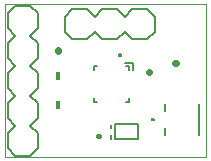
<source format=gto>
G75*
%MOIN*%
%OFA0B0*%
%FSLAX25Y25*%
%IPPOS*%
%LPD*%
%AMOC8*
5,1,8,0,0,1.08239X$1,22.5*
%
%ADD10C,0.00000*%
%ADD11C,0.00787*%
%ADD12C,0.00500*%
%ADD13C,0.00591*%
%ADD14R,0.01800X0.03000*%
%ADD15C,0.02200*%
%ADD16C,0.00800*%
%ADD17C,0.01600*%
D10*
X0001400Y0002688D02*
X0001400Y0053869D01*
X0068329Y0053869D01*
X0068329Y0002688D01*
X0001400Y0002688D01*
D11*
X0039392Y0036763D02*
X0039394Y0036802D01*
X0039400Y0036841D01*
X0039410Y0036879D01*
X0039423Y0036916D01*
X0039440Y0036951D01*
X0039460Y0036985D01*
X0039484Y0037016D01*
X0039511Y0037045D01*
X0039540Y0037071D01*
X0039572Y0037094D01*
X0039606Y0037114D01*
X0039642Y0037130D01*
X0039679Y0037142D01*
X0039718Y0037151D01*
X0039757Y0037156D01*
X0039796Y0037157D01*
X0039835Y0037154D01*
X0039874Y0037147D01*
X0039911Y0037136D01*
X0039948Y0037122D01*
X0039983Y0037104D01*
X0040016Y0037083D01*
X0040047Y0037058D01*
X0040075Y0037031D01*
X0040100Y0037001D01*
X0040122Y0036968D01*
X0040141Y0036934D01*
X0040156Y0036898D01*
X0040168Y0036860D01*
X0040176Y0036822D01*
X0040180Y0036783D01*
X0040180Y0036743D01*
X0040176Y0036704D01*
X0040168Y0036666D01*
X0040156Y0036628D01*
X0040141Y0036592D01*
X0040122Y0036558D01*
X0040100Y0036525D01*
X0040075Y0036495D01*
X0040047Y0036468D01*
X0040016Y0036443D01*
X0039983Y0036422D01*
X0039948Y0036404D01*
X0039911Y0036390D01*
X0039874Y0036379D01*
X0039835Y0036372D01*
X0039796Y0036369D01*
X0039757Y0036370D01*
X0039718Y0036375D01*
X0039679Y0036384D01*
X0039642Y0036396D01*
X0039606Y0036412D01*
X0039572Y0036432D01*
X0039540Y0036455D01*
X0039511Y0036481D01*
X0039484Y0036510D01*
X0039460Y0036541D01*
X0039440Y0036575D01*
X0039423Y0036610D01*
X0039410Y0036647D01*
X0039400Y0036685D01*
X0039394Y0036724D01*
X0039392Y0036763D01*
D12*
X0041557Y0034184D02*
X0043920Y0034184D01*
X0043920Y0031822D01*
X0042739Y0031841D02*
X0042739Y0033003D01*
X0041577Y0033003D01*
X0032089Y0033003D02*
X0030928Y0033003D01*
X0030928Y0031841D01*
X0030928Y0022353D02*
X0030928Y0021192D01*
X0032089Y0021192D01*
X0038014Y0013613D02*
X0038014Y0008692D01*
X0045888Y0008692D01*
X0045888Y0013613D01*
X0038014Y0013613D01*
X0036833Y0013515D02*
X0036833Y0012333D01*
X0036833Y0009971D02*
X0036833Y0008790D01*
X0041577Y0021192D02*
X0042739Y0021192D01*
X0042739Y0022353D01*
X0054865Y0020404D02*
X0054865Y0018239D01*
X0054865Y0012333D02*
X0054865Y0010168D01*
X0066046Y0010168D02*
X0066046Y0020404D01*
D13*
X0050318Y0015286D02*
X0050320Y0015320D01*
X0050326Y0015354D01*
X0050336Y0015387D01*
X0050349Y0015418D01*
X0050367Y0015448D01*
X0050387Y0015476D01*
X0050411Y0015501D01*
X0050437Y0015523D01*
X0050465Y0015541D01*
X0050496Y0015557D01*
X0050528Y0015569D01*
X0050562Y0015577D01*
X0050596Y0015581D01*
X0050630Y0015581D01*
X0050664Y0015577D01*
X0050698Y0015569D01*
X0050730Y0015557D01*
X0050760Y0015541D01*
X0050789Y0015523D01*
X0050815Y0015501D01*
X0050839Y0015476D01*
X0050859Y0015448D01*
X0050877Y0015418D01*
X0050890Y0015387D01*
X0050900Y0015354D01*
X0050906Y0015320D01*
X0050908Y0015286D01*
X0050906Y0015252D01*
X0050900Y0015218D01*
X0050890Y0015185D01*
X0050877Y0015154D01*
X0050859Y0015124D01*
X0050839Y0015096D01*
X0050815Y0015071D01*
X0050789Y0015049D01*
X0050761Y0015031D01*
X0050730Y0015015D01*
X0050698Y0015003D01*
X0050664Y0014995D01*
X0050630Y0014991D01*
X0050596Y0014991D01*
X0050562Y0014995D01*
X0050528Y0015003D01*
X0050496Y0015015D01*
X0050465Y0015031D01*
X0050437Y0015049D01*
X0050411Y0015071D01*
X0050387Y0015096D01*
X0050367Y0015124D01*
X0050349Y0015154D01*
X0050336Y0015185D01*
X0050326Y0015218D01*
X0050320Y0015252D01*
X0050318Y0015286D01*
D14*
X0019117Y0020168D03*
X0019117Y0029578D03*
D15*
X0019117Y0038001D02*
X0019117Y0038241D01*
X0049311Y0031034D02*
X0049552Y0031034D01*
X0058170Y0034184D02*
X0058410Y0034184D01*
D16*
X0048782Y0041979D02*
X0051282Y0044479D01*
X0051282Y0049479D01*
X0048782Y0051979D01*
X0043782Y0051979D01*
X0041282Y0049479D01*
X0038782Y0051979D01*
X0033782Y0051979D01*
X0031282Y0049479D01*
X0028782Y0051979D01*
X0023782Y0051979D01*
X0021282Y0049479D01*
X0021282Y0044479D01*
X0023782Y0041979D01*
X0028782Y0041979D01*
X0031282Y0044479D01*
X0033782Y0041979D01*
X0038782Y0041979D01*
X0041282Y0044479D01*
X0043782Y0041979D01*
X0048782Y0041979D01*
X0012306Y0040700D02*
X0012306Y0035700D01*
X0009806Y0033200D01*
X0012306Y0030700D01*
X0012306Y0025700D01*
X0009806Y0023200D01*
X0012306Y0020700D01*
X0012306Y0015700D01*
X0009806Y0013200D01*
X0012306Y0010700D01*
X0012306Y0005700D01*
X0009806Y0003200D01*
X0004806Y0003200D01*
X0002306Y0005700D01*
X0002306Y0010700D01*
X0004806Y0013200D01*
X0002306Y0015700D01*
X0002306Y0020700D01*
X0004806Y0023200D01*
X0002306Y0025700D01*
X0002306Y0030700D01*
X0004806Y0033200D01*
X0002306Y0035700D01*
X0002306Y0040700D01*
X0004806Y0043200D01*
X0002306Y0045700D01*
X0002306Y0050700D01*
X0004806Y0053200D01*
X0009806Y0053200D01*
X0012306Y0050700D01*
X0012306Y0045700D01*
X0009806Y0043200D01*
X0012306Y0040700D01*
D17*
X0032382Y0009578D02*
X0032622Y0009578D01*
M02*

</source>
